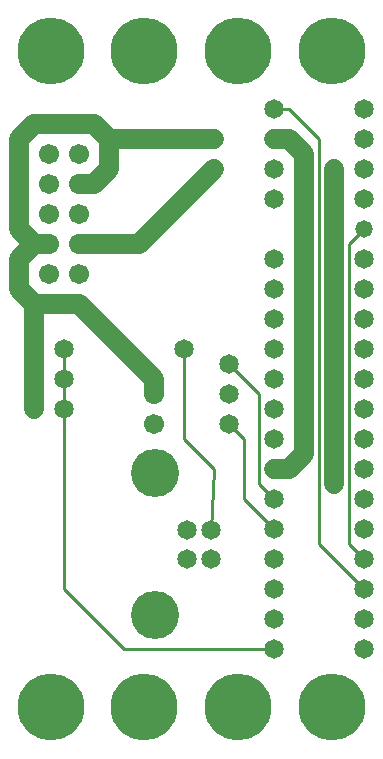
<source format=gtl>
%MOIN*%
%FSLAX25Y25*%
G04 D10 used for Character Trace; *
G04     Circle (OD=.01000) (No hole)*
G04 D11 used for Power Trace; *
G04     Circle (OD=.06500) (No hole)*
G04 D12 used for Signal Trace; *
G04     Circle (OD=.01100) (No hole)*
G04 D13 used for Via; *
G04     Circle (OD=.05800) (Round. Hole ID=.02800)*
G04 D14 used for Component hole; *
G04     Circle (OD=.06500) (Round. Hole ID=.03500)*
G04 D15 used for Component hole; *
G04     Circle (OD=.06700) (Round. Hole ID=.04300)*
G04 D16 used for Component hole; *
G04     Circle (OD=.08100) (Round. Hole ID=.05100)*
G04 D17 used for Component hole; *
G04     Circle (OD=.08900) (Round. Hole ID=.05900)*
G04 D18 used for Component hole; *
G04     Circle (OD=.11300) (Round. Hole ID=.08300)*
G04 D19 used for Component hole; *
G04     Circle (OD=.16000) (Round. Hole ID=.13000)*
G04 D20 used for Component hole; *
G04     Circle (OD=.18300) (Round. Hole ID=.15300)*
G04 D21 used for Component hole; *
G04     Circle (OD=.22291) (Round. Hole ID=.19291)*
%ADD10C,.01000*%
%ADD11C,.06500*%
%ADD12C,.01100*%
%ADD13C,.05800*%
%ADD14C,.06500*%
%ADD15C,.06700*%
%ADD16C,.08100*%
%ADD17C,.08900*%
%ADD18C,.11300*%
%ADD19C,.16000*%
%ADD20C,.18300*%
%ADD21C,.22291*%
%IPPOS*%
%LPD*%
G90*X0Y0D02*D21*X15625Y15625D03*D12*              
X40000Y35000D02*X90000D01*D14*D03*Y45000D03*D21*  
X109375Y15625D03*X78125D03*D14*X90000Y55000D03*   
X120000Y65000D03*D12*X115000Y70000D01*Y170000D01* 
X120000Y175000D01*D13*D03*D14*Y185000D03*D10*     
X109163Y176914D02*X110000Y177871D01*Y172129D01*   
X109163D02*X110837D01*D14*X110000Y175000D03*D11*  
Y90000D01*D13*D03*D11*X95000Y95000D02*            
X100000Y100000D01*X90000Y95000D02*X95000D01*D14*  
X90000D03*D12*Y85000D02*X85000Y90000D01*D14*      
X90000Y85000D03*D12*X85000Y90000D02*Y120000D01*   
X75000Y130000D01*D14*D03*Y120000D03*              
X90000Y115000D03*Y145000D03*Y125000D03*           
X60000Y135000D03*D12*Y105000D01*X70000Y95000D01*  
X69000Y74900D01*D14*D03*D12*X90000Y75000D02*      
X80000Y85000D01*D14*X90000Y75000D03*D12*          
X80000Y85000D02*Y105000D01*X75000Y110000D01*D14*  
D03*X90000Y105000D03*Y135000D03*D11*              
X50000Y120000D02*Y125000D01*D15*Y120000D03*D11*   
Y125000D02*X25000Y150000D01*X10000D01*Y125000D01* 
D14*D03*D11*Y115000D01*D14*D03*X20000Y125000D03*  
D12*Y115000D01*D14*D03*D12*Y55000D01*             
X40000Y35000D01*D19*X50500Y46300D03*D21*          
X46875Y15625D03*D14*X69000Y65100D03*X61200D03*    
Y74900D03*X90000Y65000D03*D19*X50500Y93700D03*D11*
X100000Y100000D02*Y175000D01*D14*D03*D11*         
Y200000D01*X95000Y205000D01*X90000D01*D14*D03*D12*
X105000D02*X95000Y215000D01*X105000Y70000D02*     
Y205000D01*X120000Y55000D02*X105000Y70000D01*D14* 
X120000Y55000D03*Y45000D03*Y75000D03*Y35000D03*   
Y85000D03*Y95000D03*Y105000D03*Y115000D03*D15*    
X50000Y110000D03*D14*X120000Y125000D03*Y135000D03*
Y145000D03*X20000Y135000D03*D12*Y125000D01*D11*   
X10000Y150000D02*X5000Y155000D01*Y165000D01*      
X10000Y170000D01*X15000D01*D15*D03*D11*X10000D02* 
X5000Y175000D01*Y205000D01*X10000Y210000D01*      
X30000D01*X35000Y205000D01*Y195000D01*            
X30000Y190000D01*X25000D01*D15*D03*               
X15000Y200000D03*Y180000D03*X25000Y200000D03*     
X15000Y190000D03*X25000Y180000D03*D11*            
X35000Y205000D02*X70000D01*D14*D03*Y195000D03*D11*
X45000Y170000D01*X25000D01*D15*D03*               
X15000Y160000D03*X25000D03*D21*X78125Y234375D03*  
X46875D03*D14*X90000Y155000D03*Y165000D03*D21*    
X15625Y234375D03*D14*X90000Y185000D03*Y195000D03* 
Y215000D03*D12*X95000D01*D21*X109375Y234375D03*   
D13*X110000Y195000D03*D11*Y175000D01*D10*         
X109163Y176914D02*X110000Y177871D01*Y172129D01*   
X109163D02*X110837D01*D14*X120000Y165000D03*      
Y195000D03*Y155000D03*Y205000D03*Y215000D03*M02*  

</source>
